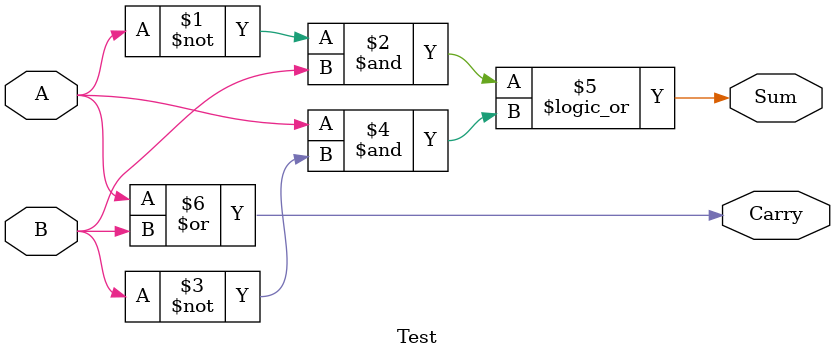
<source format=v>
`timescale 1ns / 1ps

// half adder test Data Flow Model
module Test(input A, input B, output Sum, output Carry);
assign Sum = ~A&B || A&~B;
assign Carry = A|B; 
endmodule

// half adder test Behavioral Model
/*module Test1(input A, input B, output reg Sum, output reg Carry);
    always@(A or B) begin // level sensitive
        Carry <= A|B; // c needs to be a register
        Sum <= ~A&B | A&~B;
    end
endmodule

// half adder test Gate-level Model
module Test2(input A, input B, output Sum, output Carry);
xor sum(Sum, A, B);
or carry(Carry, A, B);
endmodule*/
     
</source>
